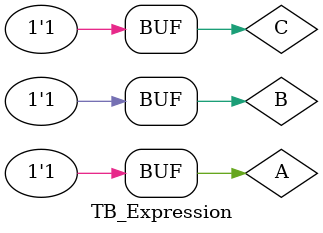
<source format=v>

module TB_Expression();
wire Y; reg A, B, C;

//trigerring Test Bench for Behavioural Modelling
exp_beh trigger_behaviouralModelling(Y, A, B, C);

initial
begin
A = 1'b0; B = 1'b0; C = 1'b0;
#100;
A = 1'b0; B = 1'b0; C = 1'b1;
#100;
A = 1'b0; B = 1'b1; C = 1'b0;
#100;
A = 1'b0; B = 1'b1; C = 1'b1;
#100;
A = 1'b1; B = 1'b0; C = 1'b0;
#100;
A = 1'b1; B = 1'b0; C = 1'b1;
#100;
A = 1'b1; B = 1'b1; C = 1'b0;
#100;
A = 1'b1; B = 1'b1; C = 1'b1;

end
endmodule
</source>
